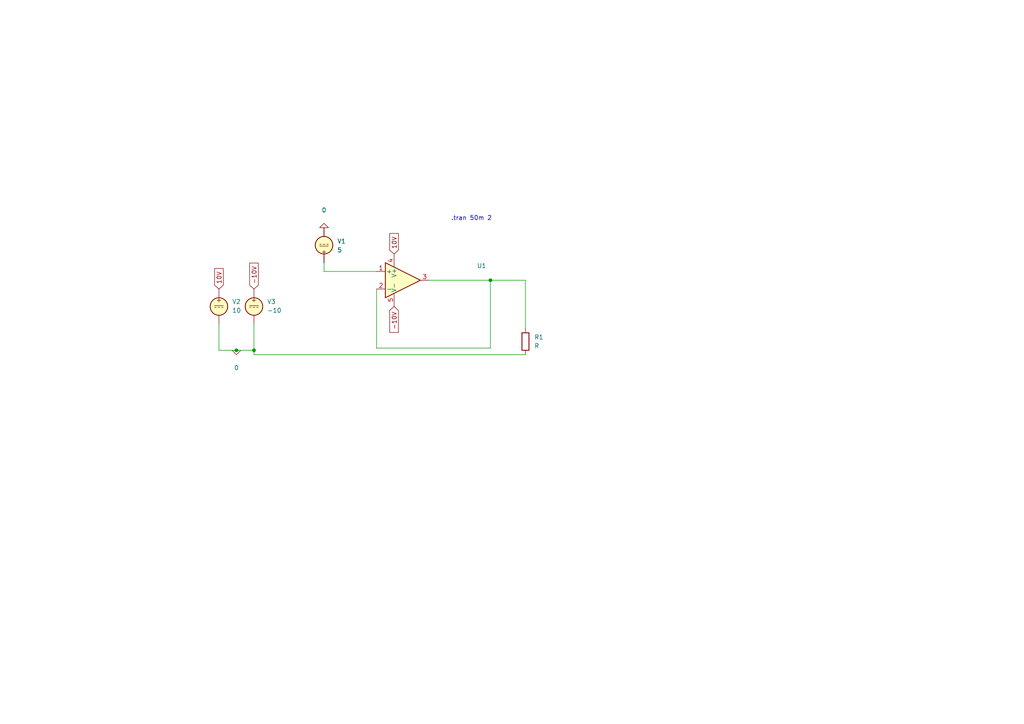
<source format=kicad_sch>
(kicad_sch (version 20230121) (generator eeschema)
  (paper "A4")
  (lib_symbols
    (symbol "Device:R" (pin_numbers hide) (pin_names (offset 0))
      (property "Reference" "R" (at 2.032 0 90))
      (property "Value" "R" (at 0 0 90))
      (symbol "R_0_1"
        (rectangle (start -1.016 -2.54) (end 1.016 2.54) (stroke (width 0.254)))
      )
      (symbol "R_1_1"
        (pin passive line (at 0 3.81 270) (length 1.27) (name "~") (number "1"))
        (pin passive line (at 0 -3.81 90) (length 1.27) (name "~") (number "2"))
      )
    )
    (symbol "Simulation_SPICE:0" (power) (pin_names (offset 0))
      (property "Value" "0" (at 0 -1.778 0))
      (symbol "0_0_1"
        (polyline (pts (xy -1.27 0) (xy 0 -1.27) (xy 1.27 0) (xy -1.27 0)))
      )
      (symbol "0_1_1"
        (pin power_in line (at 0 0 0) (length 0) hide (name "0") (number "1"))
      )
    )
    (symbol "Simulation_SPICE:OPAMP" (pin_names (offset 0.254))
      (property "Reference" "U" (at 3.81 3.175 0))
      (property "Value" "${SIM.PARAMS}" (at 3.81 -3.175 0))
      (symbol "OPAMP_0_1"
        (polyline (pts (xy 5.08 0) (xy -5.08 5.08) (xy -5.08 -5.08) (xy 5.08 0)) (stroke (width 0.254)) (fill (type background)))
      )
      (symbol "OPAMP_1_1"
        (pin input line (at -7.62 2.54 0) (length 2.54) (name "+") (number "1"))
        (pin input line (at -7.62 -2.54 0) (length 2.54) (name "-") (number "2"))
        (pin output line (at 7.62 0 180) (length 2.54) (name "~") (number "3"))
        (pin power_in line (at -2.54 7.62 270) (length 3.81) (name "V+") (number "4"))
        (pin power_in line (at -2.54 -7.62 90) (length 3.81) (name "V-") (number "5"))
      )
    )
    (symbol "Simulation_SPICE:VDC" (pin_numbers hide) (pin_names (offset 0.0254))
      (property "Reference" "V" (at 2.54 2.54 0))
      (property "Value" "1" (at 2.54 0 0))
      (symbol "VDC_0_0"
        (polyline (pts (xy -1.27 0.254) (xy 1.27 0.254)))
        (polyline (pts (xy -0.762 -0.254) (xy -1.27 -0.254)))
        (polyline (pts (xy 0.254 -0.254) (xy -0.254 -0.254)))
        (polyline (pts (xy 1.27 -0.254) (xy 0.762 -0.254)))
        (text "+" (at 0 1.905 0) (effects (font (size 1.27 1.27))))
      )
      (symbol "VDC_0_1"
        (circle (center 0 0) (radius 2.54) (stroke (width 0.254)) (fill (type background)))
      )
      (symbol "VDC_1_1"
        (pin passive line (at 0 5.08 270) (length 2.54) (name "~") (number "1"))
        (pin passive line (at 0 -5.08 90) (length 2.54) (name "~") (number "2"))
      )
    )
  )
  (junction (at 68.58 101.6))
  (junction (at 73.66 101.6))
  (junction (at 142.24 81.28))
  (wire (pts (xy 93.98 78.74) (xy 109.22 78.74)))
  (wire (pts (xy 142.24 100.965) (xy 142.24 81.28)))
  (wire (pts (xy 73.66 101.6) (xy 68.58 101.6)))
  (wire (pts (xy 73.66 93.98) (xy 73.66 101.6)))
  (wire (pts (xy 63.5 101.6) (xy 68.58 101.6)))
  (wire (pts (xy 109.22 83.82) (xy 109.22 100.965)))
  (wire (pts (xy 142.24 81.28) (xy 124.46 81.28)))
  (wire (pts (xy 109.22 100.965) (xy 142.24 100.965)))
  (wire (pts (xy 152.4 81.28) (xy 142.24 81.28)))
  (wire (pts (xy 73.66 102.87) (xy 73.66 101.6)))
  (wire (pts (xy 63.5 93.98) (xy 63.5 101.6)))
  (wire (pts (xy 152.4 95.25) (xy 152.4 81.28)))
  (wire (pts (xy 93.98 76.2) (xy 93.98 78.74)))
  (wire (pts (xy 152.4 102.87) (xy 73.66 102.87)))
  (text ".tran 50m 2" (at 130.81 64.135 0) (effects (font (size 1.27 1.27)) (justify left bottom)))
  (global_label "10V" (shape input) (at 114.3 73.66 90) (property "Intersheetrefs" "${INTERSHEET_REFS}" (effects hide)))
  (global_label "-10V" (shape input) (at 114.3 88.9 270) (property "Intersheetrefs" "${INTERSHEET_REFS}" (effects hide)))
  (global_label "10V" (shape input) (at 63.5 83.82 90) (property "Intersheetrefs" "${INTERSHEET_REFS}" (effects hide)))
  (global_label "-10V" (shape input) (at 73.66 83.82 90) (property "Intersheetrefs" "${INTERSHEET_REFS}" (effects hide)))
  (symbol (lib_id "Simulation_SPICE:OPAMP") (at 116.84 81.28 0) (unit 1)
    (property "Reference" "U1" (at 139.7 77.0891 0))
    (property "Value" "${SIM.PARAMS}" (at 139.7 79.6291 0))
    (property "Sim.Pins" "1=+IN 2=-IN 3=OUT" (effects hide))
    (property "Sim.Device" "SUBCKT" (effects hide))
    (property "Sim.Library" "/home/kodyrogers/Documents/Projects/kicad_simulations/op_amps/ideal_inverter/uopamp_v1.1.lib" (effects hide))
    (property "Sim.Name" "uopamp_lvl1" (effects hide))
  )
  (symbol (lib_id "Simulation_SPICE:VDC") (at 93.98 71.12 180) (unit 1)
    (property "Reference" "V1" (at 97.79 69.9798 0) (effects (justify right)))
    (property "Value" "5" (at 97.79 72.5198 0) (effects (justify right)))
    (property "Sim.Pins" "1=+ 2=-" (effects hide))
    (property "Sim.Type" "DC" (effects hide))
    (property "Sim.Device" "V" (effects hide))
  )
  (symbol (lib_id "Simulation_SPICE:VDC") (at 63.5 88.9 0) (unit 1)
    (property "Reference" "V2" (at 67.31 87.5002 0) (effects (justify left)))
    (property "Value" "10" (at 67.31 90.0402 0) (effects (justify left)))
    (property "Sim.Pins" "1=+ 2=-" (effects hide))
    (property "Sim.Type" "DC" (effects hide))
    (property "Sim.Device" "V" (effects hide))
  )
  (symbol (lib_id "Simulation_SPICE:0") (at 93.98 66.04 180) (unit 1)
    (property "Reference" "#GND02" (effects hide))
    (property "Value" "0" (at 93.98 60.96 0))
  )
  (symbol (lib_id "Device:R") (at 152.4 99.06 0) (unit 1)
    (property "Reference" "R1" (at 154.94 97.79 0) (effects (justify left)))
    (property "Value" "R" (at 154.94 100.33 0) (effects (justify left)))
  )
  (symbol (lib_id "Simulation_SPICE:VDC") (at 73.66 88.9 0) (unit 1)
    (property "Reference" "V3" (at 77.47 87.5002 0) (effects (justify left)))
    (property "Value" "-10" (at 77.47 90.0402 0) (effects (justify left)))
    (property "Sim.Pins" "1=+ 2=-" (effects hide))
    (property "Sim.Type" "DC" (effects hide))
    (property "Sim.Device" "V" (effects hide))
  )
  (symbol (lib_id "Simulation_SPICE:0") (at 68.58 101.6 0) (unit 1)
    (property "Reference" "#GND01" (effects hide))
    (property "Value" "0" (at 68.58 106.68 0))
  )
)
</source>
